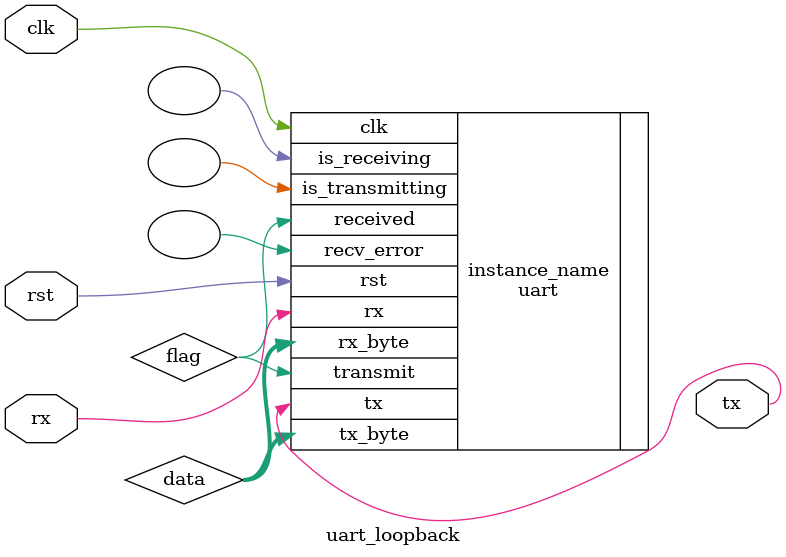
<source format=v>
module uart_loopback(
  input clk,
  input rst,
  input rx,
  output tx
);

  //------------------------
  // ワイヤ・レジスタの宣言
  //------------------------
  wire [7:0] data;
  wire flag;

  //------------------------
  // ネット宣言
  //------------------------

  //------------------------
  // 下位モジュール呼び出し
  //------------------------

	uart #(
    .baud_rate(9600),                 // default is 9600
    .sys_clk_freq(50000000)           // default is 100000000
	)
	instance_name(
    .clk(clk),                        // The master clock for this module
    .rst(rst),                        // Synchronous reset
    .rx(rx),                          // Incoming serial line
    .tx(tx),                          // Outgoing serial line
    .transmit(flag),                  // Signal to transmit
    .tx_byte(data),                   // Byte to transmit
    .received(flag),                  // Indicated that a byte has been received
    .rx_byte(data),                   // Byte received
    .is_receiving(),                  // Low when receive line is idle
    .is_transmitting(),               // Low when transmit line is idle
    .recv_error()                     // Indicates error in receiving packet.
	);

endmodule

</source>
